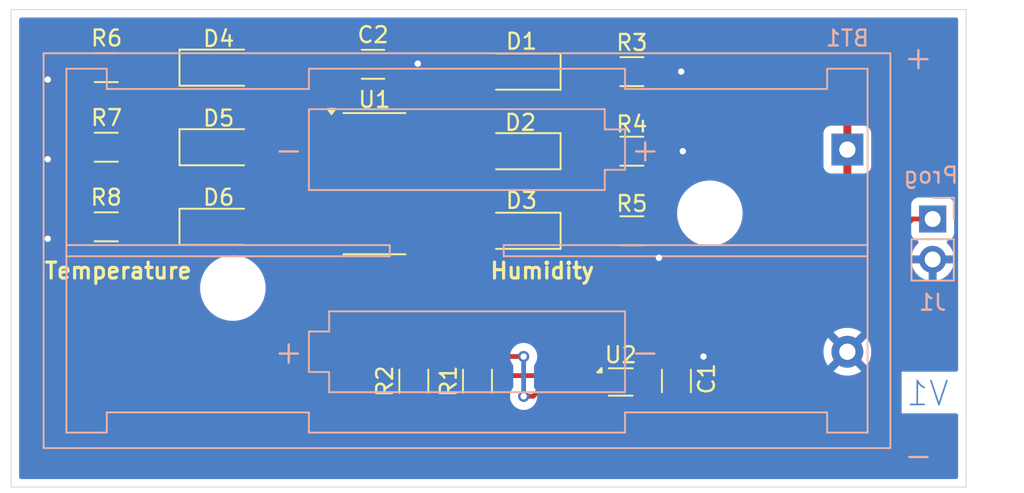
<source format=kicad_pcb>
(kicad_pcb (version 20240108) (generator "pcbnew") (generator_version "8.0")
  (title_block (title "Temp & Humidity Sensor") (date "2024-03-03") (rev "1") (comment 2 "creativecommons.org/licenses/by/4.0/") (comment 3 "License: CC BY 4.0") (comment 4 "Author: Eli Crippen"))
  (layers (0 "F.Cu" signal) (31 "B.Cu" signal) (34 "B.Paste" user) (35 "F.Paste" user) (36 "B.SilkS" user "B.Silkscreen") (37 "F.SilkS" user "F.Silkscreen") (38 "B.Mask" user) (39 "F.Mask" user) (44 "Edge.Cuts" user))
  (net 0 "")
  (net 1 "GND")
  (net 2 "+3.3V")
  (net 3 "Net-(D1-K)")
  (net 4 "Net-(D1-A)")
  (net 5 "Net-(D2-K)")
  (net 6 "Net-(D2-A)")
  (net 7 "Net-(D3-K)")
  (net 8 "Net-(D3-A)")
  (net 9 "Net-(D4-K)")
  (net 10 "Net-(D4-A)")
  (net 11 "Net-(D5-K)")
  (net 12 "Net-(D5-A)")
  (net 13 "Net-(D6-A)")
  (net 14 "Net-(D6-K)")
  (net 15 "/UPDI")
  (net 16 "Net-(U1-PB0)")
  (net 17 "Net-(U1-PB1)")
  (footprint "LED_SMD:LED_1206_3216Metric_Pad1.42x1.75mm_HandSolder" (layer "F.Cu") (at 166.7625 59.5 180)
    (property "Reference" "D1" (at 0 1.9 180) (layer "F.SilkS"))
    (property "Value" "LED")
    (fp_line (start 1.6 -1.135) (end -2.46 -1.135) (stroke (width 0.12)) (layer "F.SilkS"))
    (fp_line (start -2.46 1.135) (end 1.6 1.135) (stroke (width 0.12)) (layer "F.SilkS"))
    (fp_line (start -2.46 -1.135) (end -2.46 1.135) (stroke (width 0.12)) (layer "F.SilkS"))
    (pad "1" smd roundrect (at -1.4875 0 180) (size 1.425 1.75) (layers "F.Cu" "F.Paste" "F.Mask") (roundrect_rratio 0.175439) (net 3 "Net-(D1-K)"))
    (pad "2" smd roundrect (at 1.4875 0 180) (size 1.425 1.75) (layers "F.Cu" "F.Paste" "F.Mask") (roundrect_rratio 0.175439) (net 4 "Net-(D1-A)"))
  )
  (footprint "LED_SMD:LED_1206_3216Metric_Pad1.42x1.75mm_HandSolder" (layer "F.Cu") (at 147.7375 59.25)
    (property "Reference" "D4" (at 0 -1.82 360) (layer "F.SilkS"))
    (property "Value" "LED")
    (fp_line (start -2.46 -1.135) (end -2.46 1.135) (stroke (width 0.12)) (layer "F.SilkS"))
    (fp_line (start -2.46 1.135) (end 1.6 1.135) (stroke (width 0.12)) (layer "F.SilkS"))
    (fp_line (start 1.6 -1.135) (end -2.46 -1.135) (stroke (width 0.12)) (layer "F.SilkS"))
    (pad "1" smd roundrect (at -1.4875 0) (size 1.425 1.75) (layers "F.Cu" "F.Paste" "F.Mask") (roundrect_rratio 0.175439) (net 9 "Net-(D4-K)"))
    (pad "2" smd roundrect (at 1.4875 0) (size 1.425 1.75) (layers "F.Cu" "F.Paste" "F.Mask") (roundrect_rratio 0.175439) (net 10 "Net-(D4-A)"))
  )
  (footprint "Resistor_SMD:R_1206_3216Metric_Pad1.30x1.75mm_HandSolder" (layer "F.Cu") (at 140.675 69.25 180)
    (property "Reference" "R8" (at 0 1.85 180) (layer "F.SilkS"))
    (property "Value" "300")
    (fp_line (start -0.727064 0.91) (end 0.727064 0.91) (stroke (width 0.12)) (layer "F.SilkS"))
    (fp_line (start -0.727064 -0.91) (end 0.727064 -0.91) (stroke (width 0.12)) (layer "F.SilkS"))
    (pad "1" smd roundrect (at -1.55 0 180) (size 1.3 1.75) (layers "F.Cu" "F.Paste" "F.Mask") (roundrect_rratio 0.192308) (net 14 "Net-(D6-K)"))
    (pad "2" smd roundrect (at 1.55 0 180) (size 1.3 1.75) (layers "F.Cu" "F.Paste" "F.Mask") (roundrect_rratio 0.192308) (net 1 "GND"))
  )
  (footprint "Resistor_SMD:R_1206_3216Metric_Pad1.30x1.75mm_HandSolder" (layer "F.Cu") (at 164 78.95 90)
    (property "Reference" "R1" (at 0 -1.82 270) (layer "F.SilkS"))
    (property "Value" "10k")
    (fp_line (start -0.727064 -0.91) (end 0.727064 -0.91) (stroke (width 0.12)) (layer "F.SilkS"))
    (fp_line (start -0.727064 0.91) (end 0.727064 0.91) (stroke (width 0.12)) (layer "F.SilkS"))
    (pad "1" smd roundrect (at -1.55 0 90) (size 1.3 1.75) (layers "F.Cu" "F.Paste" "F.Mask") (roundrect_rratio 0.192308) (net 2 "+3.3V"))
    (pad "2" smd roundrect (at 1.55 0 90) (size 1.3 1.75) (layers "F.Cu" "F.Paste" "F.Mask") (roundrect_rratio 0.192308) (net 16 "Net-(U1-PB0)"))
  )
  (footprint "LED_SMD:LED_1206_3216Metric_Pad1.42x1.75mm_HandSolder" (layer "F.Cu") (at 166.7625 69.5 180)
    (property "Reference" "D3" (at 0 1.9 180) (layer "F.SilkS"))
    (property "Value" "LED")
    (fp_line (start 1.6 -1.135) (end -2.46 -1.135) (stroke (width 0.12)) (layer "F.SilkS"))
    (fp_line (start -2.46 1.135) (end 1.6 1.135) (stroke (width 0.12)) (layer "F.SilkS"))
    (fp_line (start -2.46 -1.135) (end -2.46 1.135) (stroke (width 0.12)) (layer "F.SilkS"))
    (pad "1" smd roundrect (at -1.4875 0 180) (size 1.425 1.75) (layers "F.Cu" "F.Paste" "F.Mask") (roundrect_rratio 0.175439) (net 7 "Net-(D3-K)"))
    (pad "2" smd roundrect (at 1.4875 0 180) (size 1.425 1.75) (layers "F.Cu" "F.Paste" "F.Mask") (roundrect_rratio 0.175439) (net 8 "Net-(D3-A)"))
  )
  (footprint "Resistor_SMD:R_1206_3216Metric_Pad1.30x1.75mm_HandSolder" (layer "F.Cu") (at 173.7 64.5)
    (property "Reference" "R4" (at 0 -1.7 0) (layer "F.SilkS"))
    (property "Value" "60.4")
    (fp_line (start -0.727064 -0.91) (end 0.727064 -0.91) (stroke (width 0.12)) (layer "F.SilkS"))
    (fp_line (start -0.727064 0.91) (end 0.727064 0.91) (stroke (width 0.12)) (layer "F.SilkS"))
    (pad "1" smd roundrect (at -1.55 0) (size 1.3 1.75) (layers "F.Cu" "F.Paste" "F.Mask") (roundrect_rratio 0.192308) (net 5 "Net-(D2-K)"))
    (pad "2" smd roundrect (at 1.55 0) (size 1.3 1.75) (layers "F.Cu" "F.Paste" "F.Mask") (roundrect_rratio 0.192308) (net 1 "GND"))
  )
  (footprint "Package_SO:SOIC-14_3.9x8.7mm_P1.27mm" (layer "F.Cu") (at 157.525 66.54)
    (property "Reference" "U1" (at 0 -5.28 360) (layer "F.SilkS"))
    (property "Value" "ATtiny414-SS")
    (fp_line (start 0 -4.435) (end -1.95 -4.435) (stroke (width 0.12)) (layer "F.SilkS"))
    (fp_line (start 0 -4.435) (end 1.95 -4.435) (stroke (width 0.12)) (layer "F.SilkS"))
    (fp_line (start 0 4.435) (end -1.95 4.435) (stroke (width 0.12)) (layer "F.SilkS"))
    (fp_line (start 0 4.435) (end 1.95 4.435) (stroke (width 0.12)) (layer "F.SilkS"))
    (fp_poly (pts (xy -2.7 -4.37) (xy -2.94 -4.7) (xy -2.46 -4.7) (xy -2.7 -4.37)) (stroke (width 0.12)) (fill solid) (layer "F.SilkS"))
    (pad "1" smd roundrect (at -2.475 -3.81) (size 1.95 0.6) (layers "F.Cu" "F.Paste" "F.Mask") (net 2 "+3.3V"))
    (pad "2" smd roundrect (at -2.475 -2.54) (size 1.95 0.6) (layers "F.Cu" "F.Paste" "F.Mask") (net 10 "Net-(D4-A)"))
    (pad "3" smd roundrect (at -2.475 -1.27) (size 1.95 0.6) (layers "F.Cu" "F.Paste" "F.Mask") (net 12 "Net-(D5-A)"))
    (pad "4" smd roundrect (at -2.475 0) (size 1.95 0.6) (layers "F.Cu" "F.Paste" "F.Mask") (net 13 "Net-(D6-A)"))
    (pad "5" smd roundrect (at -2.475 1.27) (size 1.95 0.6) (layers "F.Cu" "F.Paste" "F.Mask"))
    (pad "6" smd roundrect (at -2.475 2.54) (size 1.95 0.6) (layers "F.Cu" "F.Paste" "F.Mask"))
    (pad "7" smd roundrect (at -2.475 3.81) (size 1.95 0.6) (layers "F.Cu" "F.Paste" "F.Mask"))
    (pad "8" smd roundrect (at 2.475 3.81) (size 1.95 0.6) (layers "F.Cu" "F.Paste" "F.Mask") (net 17 "Net-(U1-PB1)"))
    (pad "9" smd roundrect (at 2.475 2.54) (size 1.95 0.6) (layers "F.Cu" "F.Paste" "F.Mask") (net 16 "Net-(U1-PB0)"))
    (pad "10" smd roundrect (at 2.475 1.27) (size 1.95 0.6) (layers "F.Cu" "F.Paste" "F.Mask") (net 15 "/UPDI"))
    (pad "11" smd roundrect (at 2.475 0) (size 1.95 0.6) (layers "F.Cu" "F.Paste" "F.Mask") (net 8 "Net-(D3-A)"))
    (pad "12" smd roundrect (at 2.475 -1.27) (size 1.95 0.6) (layers "F.Cu" "F.Paste" "F.Mask") (net 6 "Net-(D2-A)"))
    (pad "13" smd roundrect (at 2.475 -2.54) (size 1.95 0.6) (layers "F.Cu" "F.Paste" "F.Mask") (net 4 "Net-(D1-A)"))
    (pad "14" smd roundrect (at 2.475 -3.81) (size 1.95 0.6) (layers "F.Cu" "F.Paste" "F.Mask") (net 1 "GND"))
  )
  (footprint "Resistor_SMD:R_1206_3216Metric_Pad1.30x1.75mm_HandSolder" (layer "F.Cu") (at 140.675 59.25 180)
    (property "Reference" "R6" (at -0.025 1.85 180) (layer "F.SilkS"))
    (property "Value" "60.4")
    (fp_line (start -0.727064 0.91) (end 0.727064 0.91) (stroke (width 0.12)) (layer "F.SilkS"))
    (fp_line (start -0.727064 -0.91) (end 0.727064 -0.91) (stroke (width 0.12)) (layer "F.SilkS"))
    (pad "1" smd roundrect (at -1.55 0 180) (size 1.3 1.75) (layers "F.Cu" "F.Paste" "F.Mask") (roundrect_rratio 0.192308) (net 9 "Net-(D4-K)"))
    (pad "2" smd roundrect (at 1.55 0 180) (size 1.3 1.75) (layers "F.Cu" "F.Paste" "F.Mask") (roundrect_rratio 0.192308) (net 1 "GND"))
  )
  (footprint "LED_SMD:LED_1206_3216Metric_Pad1.42x1.75mm_HandSolder" (layer "F.Cu") (at 147.7375 64.25)
    (property "Reference" "D5" (at 0 -1.82 360) (layer "F.SilkS"))
    (property "Value" "LED")
    (fp_line (start -2.46 -1.135) (end -2.46 1.135) (stroke (width 0.12)) (layer "F.SilkS"))
    (fp_line (start -2.46 1.135) (end 1.6 1.135) (stroke (width 0.12)) (layer "F.SilkS"))
    (fp_line (start 1.6 -1.135) (end -2.46 -1.135) (stroke (width 0.12)) (layer "F.SilkS"))
    (pad "1" smd roundrect (at -1.4875 0) (size 1.425 1.75) (layers "F.Cu" "F.Paste" "F.Mask") (roundrect_rratio 0.175439) (net 11 "Net-(D5-K)"))
    (pad "2" smd roundrect (at 1.4875 0) (size 1.425 1.75) (layers "F.Cu" "F.Paste" "F.Mask") (roundrect_rratio 0.175439) (net 12 "Net-(D5-A)"))
  )
  (footprint "LED_SMD:LED_1206_3216Metric_Pad1.42x1.75mm_HandSolder" (layer "F.Cu") (at 166.7625 64.5 180)
    (property "Reference" "D2" (at 0.0625 1.8 180) (layer "F.SilkS"))
    (property "Value" "LED")
    (fp_line (start 1.6 -1.135) (end -2.46 -1.135) (stroke (width 0.12)) (layer "F.SilkS"))
    (fp_line (start -2.46 1.135) (end 1.6 1.135) (stroke (width 0.12)) (layer "F.SilkS"))
    (fp_line (start -2.46 -1.135) (end -2.46 1.135) (stroke (width 0.12)) (layer "F.SilkS"))
    (pad "1" smd roundrect (at -1.4875 0 180) (size 1.425 1.75) (layers "F.Cu" "F.Paste" "F.Mask") (roundrect_rratio 0.175439) (net 5 "Net-(D2-K)"))
    (pad "2" smd roundrect (at 1.4875 0 180) (size 1.425 1.75) (layers "F.Cu" "F.Paste" "F.Mask") (roundrect_rratio 0.175439) (net 6 "Net-(D2-A)"))
  )
  (footprint "Resistor_SMD:R_1206_3216Metric_Pad1.30x1.75mm_HandSolder" (layer "F.Cu") (at 173.7 59.5)
    (property "Reference" "R3" (at 0 -1.82 0) (layer "F.SilkS"))
    (property "Value" "60.4")
    (fp_line (start -0.727064 -0.91) (end 0.727064 -0.91) (stroke (width 0.12)) (layer "F.SilkS"))
    (fp_line (start -0.727064 0.91) (end 0.727064 0.91) (stroke (width 0.12)) (layer "F.SilkS"))
    (pad "1" smd roundrect (at -1.55 0) (size 1.3 1.75) (layers "F.Cu" "F.Paste" "F.Mask") (roundrect_rratio 0.192308) (net 3 "Net-(D1-K)"))
    (pad "2" smd roundrect (at 1.55 0) (size 1.3 1.75) (layers "F.Cu" "F.Paste" "F.Mask") (roundrect_rratio 0.192308) (net 1 "GND"))
  )
  (footprint "Capacitor_SMD:C_1206_3216Metric_Pad1.33x1.80mm_HandSolder" (layer "F.Cu") (at 157.4375 59.04)
    (property "Reference" "C2" (at 0 -1.85 0) (layer "F.SilkS"))
    (property "Value" "100nF")
    (fp_line (start -0.711252 -0.91) (end 0.711252 -0.91) (stroke (width 0.12)) (layer "F.SilkS"))
    (fp_line (start -0.711252 0.91) (end 0.711252 0.91) (stroke (width 0.12)) (layer "F.SilkS"))
    (pad "1" smd roundrect (at -1.5625 0) (size 1.325 1.8) (layers "F.Cu" "F.Paste" "F.Mask") (roundrect_rratio 0.188679) (net 2 "+3.3V"))
    (pad "2" smd roundrect (at 1.5625 0) (size 1.325 1.8) (layers "F.Cu" "F.Paste" "F.Mask") (roundrect_rratio 0.188679) (net 1 "GND"))
  )
  (footprint "Capacitor_SMD:C_1206_3216Metric_Pad1.33x1.80mm_HandSolder" (layer "F.Cu") (at 176.5 78.9375 90)
    (property "Reference" "C1" (at 0.1375 1.9 270) (layer "F.SilkS"))
    (property "Value" "100nF")
    (fp_line (start -0.711252 -0.91) (end 0.711252 -0.91) (stroke (width 0.12)) (layer "F.SilkS"))
    (fp_line (start -0.711252 0.91) (end 0.711252 0.91) (stroke (width 0.12)) (layer "F.SilkS"))
    (pad "1" smd roundrect (at -1.5625 0 90) (size 1.325 1.8) (layers "F.Cu" "F.Paste" "F.Mask") (roundrect_rratio 0.188679) (net 2 "+3.3V"))
    (pad "2" smd roundrect (at 1.5625 0 90) (size 1.325 1.8) (layers "F.Cu" "F.Paste" "F.Mask") (roundrect_rratio 0.188679) (net 1 "GND"))
  )
  (footprint "Resistor_SMD:R_1206_3216Metric_Pad1.30x1.75mm_HandSolder" (layer "F.Cu") (at 173.7 69.5)
    (property "Reference" "R5" (at 0 -1.7 0) (layer "F.SilkS"))
    (property "Value" "300")
    (fp_line (start -0.727064 -0.91) (end 0.727064 -0.91) (stroke (width 0.12)) (layer "F.SilkS"))
    (fp_line (start -0.727064 0.91) (end 0.727064 0.91) (stroke (width 0.12)) (layer "F.SilkS"))
    (pad "1" smd roundrect (at -1.55 0) (size 1.3 1.75) (layers "F.Cu" "F.Paste" "F.Mask") (roundrect_rratio 0.192308) (net 7 "Net-(D3-K)"))
    (pad "2" smd roundrect (at 1.55 0) (size 1.3 1.75) (layers "F.Cu" "F.Paste" "F.Mask") (roundrect_rratio 0.192308) (net 1 "GND"))
  )
  (footprint "Resistor_SMD:R_1206_3216Metric_Pad1.30x1.75mm_HandSolder" (layer "F.Cu") (at 160 78.95 90)
    (property "Reference" "R2" (at 0 -1.82 270) (layer "F.SilkS"))
    (property "Value" "10k")
    (fp_line (start -0.727064 -0.91) (end 0.727064 -0.91) (stroke (width 0.12)) (layer "F.SilkS"))
    (fp_line (start -0.727064 0.91) (end 0.727064 0.91) (stroke (width 0.12)) (layer "F.SilkS"))
    (pad "1" smd roundrect (at -1.55 0 90) (size 1.3 1.75) (layers "F.Cu" "F.Paste" "F.Mask") (roundrect_rratio 0.192308) (net 2 "+3.3V"))
    (pad "2" smd roundrect (at 1.55 0 90) (size 1.3 1.75) (layers "F.Cu" "F.Paste" "F.Mask") (roundrect_rratio 0.192308) (net 17 "Net-(U1-PB1)"))
  )
  (footprint "Sensor_Humidity:Sensirion_DFN-4_1.5x1.5mm_P0.8mm_SHT4x_NoCentralPad" (layer "F.Cu") (at 173 79)
    (property "Reference" "U2" (at 0 -1.7 360) (layer "F.SilkS"))
    (property "Value" "SHT40-AD1B-R3")
    (fp_line (start -0.75 -0.86) (end 0.75 -0.86) (stroke (width 0.12)) (layer "F.SilkS"))
    (fp_line (start -0.75 0.86) (end 0.75 0.86) (stroke (width 0.12)) (layer "F.SilkS"))
    (fp_poly (pts (xy -1.2 -0.6) (xy -1.48 -0.6) (xy -1.2 -0.88) (xy -1.2 -0.6)) (stroke (width 0.12)) (fill solid) (layer "F.SilkS"))
    (pad "1" smd rect (at -0.7 -0.4) (size 0.5 0.3) (layers "F.Cu" "F.Paste" "F.Mask") (net 17 "Net-(U1-PB1)"))
    (pad "2" smd rect (at -0.7 0.4) (size 0.5 0.3) (layers "F.Cu" "F.Paste" "F.Mask") (net 16 "Net-(U1-PB0)"))
    (pad "3" smd rect (at 0.7 0.4) (size 0.5 0.3) (layers "F.Cu" "F.Paste" "F.Mask") (net 2 "+3.3V"))
    (pad "4" smd rect (at 0.7 -0.4) (size 0.5 0.3) (layers "F.Cu" "F.Paste" "F.Mask") (net 1 "GND"))
  )
  (footprint "LED_SMD:LED_1206_3216Metric_Pad1.42x1.75mm_HandSolder" (layer "F.Cu") (at 147.7375 69.25)
    (property "Reference" "D6" (at 0 -1.85 360) (layer "F.SilkS"))
    (property "Value" "LED")
    (fp_line (start -2.46 -1.135) (end -2.46 1.135) (stroke (width 0.12)) (layer "F.SilkS"))
    (fp_line (start -2.46 1.135) (end 1.6 1.135) (stroke (width 0.12)) (layer "F.SilkS"))
    (fp_line (start 1.6 -1.135) (end -2.46 -1.135) (stroke (width 0.12)) (layer "F.SilkS"))
    (pad "1" smd roundrect (at -1.4875 0) (size 1.425 1.75) (layers "F.Cu" "F.Paste" "F.Mask") (roundrect_rratio 0.175439) (net 14 "Net-(D6-K)"))
    (pad "2" smd roundrect (at 1.4875 0) (size 1.425 1.75) (layers "F.Cu" "F.Paste" "F.Mask") (roundrect_rratio 0.175439) (net 13 "Net-(D6-A)"))
  )
  (footprint "Resistor_SMD:R_1206_3216Metric_Pad1.30x1.75mm_HandSolder" (layer "F.Cu") (at 140.675 64.25 180)
    (property "Reference" "R7" (at -0.025 1.85 180) (layer "F.SilkS"))
    (property "Value" "60.4")
    (fp_line (start -0.727064 0.91) (end 0.727064 0.91) (stroke (width 0.12)) (layer "F.SilkS"))
    (fp_line (start -0.727064 -0.91) (end 0.727064 -0.91) (stroke (width 0.12)) (layer "F.SilkS"))
    (pad "1" smd roundrect (at -1.55 0 180) (size 1.3 1.75) (layers "F.Cu" "F.Paste" "F.Mask") (roundrect_rratio 0.192308) (net 11 "Net-(D5-K)"))
    (pad "2" smd roundrect (at 1.55 0 180) (size 1.3 1.75) (layers "F.Cu" "F.Paste" "F.Mask") (roundrect_rratio 0.192308) (net 1 "GND"))
  )
  (footprint "Battery:BatteryHolder_Keystone_2468_2xAAA" (layer "B.Cu") (at 187.24 64.4 180)
    (property "Reference" "BT1" (at 0 7 180) (layer "B.SilkS") (effects (justify mirror)))
    (property "Value" "Battery")
    (fp_line (start 50.5 6.05) (end 50.5 -18.75) (stroke (width 0.12)) (layer "B.SilkS"))
    (fp_line (start 50.5 -18.755) (end -2.7 -18.755) (stroke (width 0.12)) (layer "B.SilkS"))
    (fp_line (start 49.07 -6.7) (end 28.75 -6.7) (stroke (width 0.12)) (layer "B.SilkS"))
    (fp_line (start 49.07 -17.78) (end 49.07 5.08) (stroke (width 0.12)) (layer "B.SilkS"))
    (fp_line (start 46.53 5.08) (end 49.07 5.08) (stroke (width 0.12)) (layer "B.SilkS"))
    (fp_line (start 46.53 3.81) (end 46.53 5.08) (stroke (width 0.12)) (layer "B.SilkS"))
    (fp_line (start 46.53 -16.51) (end 46.53 -17.78) (stroke (width 0.12)) (layer "B.SilkS"))
    (fp_line (start 46.53 -17.78) (end 49.07 -17.78) (stroke (width 0.12)) (layer "B.SilkS"))
    (fp_line (start 33.83 5.08) (end 33.83 3.81) (stroke (width 0.12)) (layer "B.SilkS"))
    (fp_line (start 33.83 3.81) (end 46.53 3.81) (stroke (width 0.12)) (layer "B.SilkS"))
    (fp_line (start 33.83 2.54) (end 15.24 2.54) (stroke (width 0.12)) (layer "B.SilkS"))
    (fp_line (start 33.83 -2.54) (end 33.83 2.54) (stroke (width 0.12)) (layer "B.SilkS"))
    (fp_line (start 33.83 -11.43) (end 32.56 -11.43) (stroke (width 0.12)) (layer "B.SilkS"))
    (fp_line (start 33.83 -13.97) (end 33.83 -11.43) (stroke (width 0.12)) (layer "B.SilkS"))
    (fp_line (start 33.83 -16.51) (end 46.53 -16.51) (stroke (width 0.12)) (layer "B.SilkS"))
    (fp_line (start 33.83 -16.51) (end 33.83 -17.78) (stroke (width 0.12)) (layer "B.SilkS"))
    (fp_line (start 33.83 -17.78) (end 13.97 -17.78) (stroke (width 0.12)) (layer "B.SilkS"))
    (fp_line (start 32.56 -10.16) (end 13.97 -10.16) (stroke (width 0.12)) (layer "B.SilkS"))
    (fp_line (start 32.56 -11.43) (end 32.56 -10.16) (stroke (width 0.12)) (layer "B.SilkS"))
    (fp_line (start 32.56 -13.97) (end 33.83 -13.97) (stroke (width 0.12)) (layer "B.SilkS"))
    (fp_line (start 32.56 -15.24) (end 32.56 -13.97) (stroke (width 0.12)) (layer "B.SilkS"))
    (fp_line (start 28.75 -6) (end 49.07 -6) (stroke (width 0.12)) (layer "B.SilkS"))
    (fp_line (start 28.75 -6.7) (end 28.75 -6) (stroke (width 0.12)) (layer "B.SilkS"))
    (fp_line (start 21.59 -6) (end -1.27 -6) (stroke (width 0.12)) (layer "B.SilkS"))
    (fp_line (start 21.59 -6.7) (end 21.59 -6) (stroke (width 0.12)) (layer "B.SilkS"))
    (fp_line (start 15.24 2.54) (end 15.24 1.27) (stroke (width 0.12)) (layer "B.SilkS"))
    (fp_line (start 15.24 1.27) (end 13.97 1.27) (stroke (width 0.12)) (layer "B.SilkS"))
    (fp_line (start 15.24 -1.27) (end 15.24 -2.54) (stroke (width 0.12)) (layer "B.SilkS"))
    (fp_line (start 15.24 -2.54) (end 33.83 -2.54) (stroke (width 0.12)) (layer "B.SilkS"))
    (fp_line (start 13.97 5.08) (end 33.83 5.08) (stroke (width 0.12)) (layer "B.SilkS"))
    (fp_line (start 13.97 3.81) (end 13.97 5.08) (stroke (width 0.12)) (layer "B.SilkS"))
    (fp_line (start 13.97 3.81) (end 1.27 3.81) (stroke (width 0.12)) (layer "B.SilkS"))
    (fp_line (start 13.97 1.27) (end 13.97 -1.27) (stroke (width 0.12)) (layer "B.SilkS"))
    (fp_line (start 13.97 -1.27) (end 15.24 -1.27) (stroke (width 0.12)) (layer "B.SilkS"))
    (fp_line (start 13.97 -10.16) (end 13.97 -15.24) (stroke (width 0.12)) (layer "B.SilkS"))
    (fp_line (start 13.97 -15.24) (end 32.56 -15.24) (stroke (width 0.12)) (layer "B.SilkS"))
    (fp_line (start 13.97 -16.51) (end 1.27 -16.51) (stroke (width 0.12)) (layer "B.SilkS"))
    (fp_line (start 13.97 -17.78) (end 13.97 -16.51) (stroke (width 0.12)) (layer "B.SilkS"))
    (fp_line (start 1.27 5.08) (end 1.27 3.81) (stroke (width 0.12)) (layer "B.SilkS"))
    (fp_line (start 1.27 -16.51) (end 1.27 -17.78) (stroke (width 0.12)) (layer "B.SilkS"))
    (fp_line (start 1.27 -17.78) (end -1.27 -17.78) (stroke (width 0.12)) (layer "B.SilkS"))
    (fp_line (start -1.27 5.08) (end 1.27 5.08) (stroke (width 0.12)) (layer "B.SilkS"))
    (fp_line (start -1.27 -6.7) (end 21.59 -6.7) (stroke (width 0.12)) (layer "B.SilkS"))
    (fp_line (start -1.27 -17.78) (end -1.27 5.08) (stroke (width 0.12)) (layer "B.SilkS"))
    (fp_line (start -2.7 6.055) (end 50.5 6.055) (stroke (width 0.12)) (layer "B.SilkS"))
    (fp_line (start -2.7 -18.75) (end -2.7 6.05) (stroke (width 0.12)) (layer "B.SilkS"))
    (fp_text user "+" (at 12.7 0 180) (layer "B.SilkS") (effects (font (size 1.5 1.5)) (justify mirror)))
    (fp_text user "+" (at 35.1 -12.7 180) (layer "B.SilkS") (effects (font (size 1.5 1.5)) (justify mirror)))
    (fp_text user "-" (at 35.1 0 180) (layer "B.SilkS") (effects (font (size 1.5 1.5)) (justify mirror)))
    (fp_text user "+" (at -4.46 5.8 180) (layer "B.SilkS") (effects (font (size 1.5 1.5)) (justify mirror)))
    (fp_text user "-" (at 12.7 -12.7 180) (layer "B.SilkS") (effects (font (size 1.5 1.5)) (justify mirror)))
    (fp_text user "-" (at -4.46 -19.2 180) (layer "B.SilkS") (effects (font (size 1.5 1.5)) (justify mirror)))
    (pad "" np_thru_hole circle (at 8.64 -4 180) (size 3.45 3.45) (drill 3.45) (layers "*.Cu"))
    (pad "" np_thru_hole circle (at 38.61 -8.7 180) (size 3.45 3.45) (drill 3.45) (layers "*.Cu" "*.Mask"))
    (pad "1" thru_hole rect (at 0 0 180) (size 2 2) (drill 1.02) (layers "*.Cu" "*.Mask") (net 2 "+3.3V"))
    (pad "2" thru_hole circle (at 0 -12.7 180) (size 2 2) (drill 1.02) (layers "*.Cu" "*.Mask") (net 1 "GND"))
  )
  (footprint "Connector_PinHeader_2.54mm:PinHeader_1x02_P2.54mm_Vertical" (layer "B.Cu") (at 192.6 68.76 180)
    (property "Reference" "J1" (at 0 -5.24 180) (layer "B.SilkS") (effects (justify mirror)))
    (property "Value" "Conn_01x02_Pin")
    (fp_line (start 1.33 -1.27) (end -1.33 -1.27) (stroke (width 0.12)) (layer "B.SilkS"))
    (fp_line (start 1.33 -3.87) (end 1.33 -1.27) (stroke (width 0.12)) (layer "B.SilkS"))
    (fp_line (start 1.33 -3.87) (end -1.33 -3.87) (stroke (width 0.12)) (layer "B.SilkS"))
    (fp_line (start 0 1.33) (end -1.33 1.33) (stroke (width 0.12)) (layer "B.SilkS"))
    (fp_line (start -1.33 1.33) (end -1.33 0) (stroke (width 0.12)) (layer "B.SilkS"))
    (fp_line (start -1.33 -3.87) (end -1.33 -1.27) (stroke (width 0.12)) (layer "B.SilkS"))
    (pad "1" thru_hole rect (at 0 0 180) (size 1.7 1.7) (drill 1) (layers "*.Cu" "*.Mask") (net 15 "/UPDI"))
    (pad "2" thru_hole oval (at 0 -2.54 180) (size 1.7 1.7) (drill 1) (layers "*.Cu" "*.Mask") (net 1 "GND"))
  )
  (gr_rect (start 134.7 55.6) (end 194.7 85.6) (stroke (width 0.05)) (fill none) (layer "Edge.Cuts"))
  (gr_text "V1" (at 193.7 80.6 0) (layer "B.Cu") (effects (font (size 1.5 1.5) (thickness 0.1)) (justify left bottom mirror)))
  (gr_text "Prog" (at 194.3 66.6 0) (layer "B.SilkS") (effects (font (size 1 1)) (justify left bottom mirror)))
  (gr_text "Temperature" (at 136.7 72.6 0) (layer "F.SilkS") (effects (font (size 1 1) (thickness 0.2) (bold yes)) (justify left bottom)))
  (gr_text "Humidity" (at 164.7 72.6 0) (layer "F.SilkS") (effects (font (size 1 1) (thickness 0.2) (bold yes)) (justify left bottom)))
  (segment (start 159 59.04) (end 160.21 59.04) (width 0.5) (layer "F.Cu") (net 1))
  (segment (start 175.25 59.5) (end 176.8 59.5) (width 0.5) (layer "F.Cu") (net 1))
  (segment (start 137.75 59.25) (end 137 60) (width 0.5) (layer "F.Cu") (net 1))
  (segment (start 175.275 78.6) (end 176.5 77.375) (width 0.3) (layer "F.Cu") (net 1))
  (segment (start 176.5 77.375) (end 178.175 77.375) (width 0.5) (layer "F.Cu") (net 1))
  (segment (start 159 61.73) (end 160 62.73) (width 0.3) (layer "F.Cu") (net 1))
  (segment (start 173.7 78.6) (end 175.275 78.6) (width 0.3) (layer "F.Cu") (net 1))
  (segment (start 139.125 64.25) (end 137.75 64.25) (width 0.5) (layer "F.Cu") (net 1))
  (segment (start 159 59.04) (end 159 61.73) (width 0.3) (layer "F.Cu") (net 1))
  (segment (start 175.4 69.65) (end 175.25 69.5) (width 0.3) (layer "F.Cu") (net 1))
  (segment (start 139.125 59.25) (end 137.75 59.25) (width 0.5) (layer "F.Cu") (net 1))
  (segment (start 175.4 71.2) (end 175.4 69.65) (width 0.3) (layer "F.Cu") (net 1))
  (segment (start 139.125 69.25) (end 137.75 69.25) (width 0.5) (layer "F.Cu") (net 1))
  (segment (start 178.175 77.375) (end 178.2 77.4) (width 0.5) (layer "F.Cu") (net 1))
  (segment (start 160.21 59.04) (end 160.25 59) (width 0.5) (layer "F.Cu") (net 1))
  (segment (start 175.25 64.5) (end 176.9 64.5) (width 0.5) (layer "F.Cu") (net 1))
  (segment (start 137.75 64.25) (end 137 65) (width 0.5) (layer "F.Cu") (net 1))
  (segment (start 137.75 69.25) (end 137 70) (width 0.5) (layer "F.Cu") (net 1))
  (via (at 160.25 59) (size 0.7) (drill 0.4) (layers "F.Cu" "B.Cu") (net 1))
  (via (at 137 65) (size 0.7) (drill 0.4) (layers "F.Cu" "B.Cu") (net 1))
  (via (at 176.9 64.5) (size 0.7) (drill 0.4) (layers "F.Cu" "B.Cu") (net 1))
  (via (at 137 60) (size 0.7) (drill 0.4) (layers "F.Cu" "B.Cu") (net 1))
  (via (at 137 70) (size 0.7) (drill 0.4) (layers "F.Cu" "B.Cu") (net 1))
  (via (at 176.8 59.5) (size 0.7) (drill 0.4) (layers "F.Cu" "B.Cu") (net 1))
  (via (at 178.2 77.4) (size 0.7) (drill 0.4) (layers "F.Cu" "B.Cu") (net 1))
  (via (at 175.4 71.2) (size 0.7) (drill 0.4) (layers "F.Cu" "B.Cu") (net 1))
  (segment (start 182.19 57.69) (end 157.225 57.69) (width 0.5) (layer "F.Cu") (net 2))
  (segment (start 157.225 57.69) (end 155.875 59.04) (width 0.5) (layer "F.Cu") (net 2))
  (segment (start 176.5 81.75) (end 176.5 80.5) (width 0.5) (layer "F.Cu") (net 2))
  (segment (start 187.24 62.74) (end 182.19 57.69) (width 0.5) (layer "F.Cu") (net 2))
  (segment (start 176 82.25) (end 176.5 81.75) (width 0.5) (layer "F.Cu") (net 2))
  (segment (start 155.875 61.905) (end 155.875 59.04) (width 0.3) (layer "F.Cu") (net 2))
  (segment (start 187.24 64.4) (end 187.24 74.16) (width 0.5) (layer "F.Cu") (net 2))
  (segment (start 187.24 64.4) (end 187.24 62.74) (width 0.5) (layer "F.Cu") (net 2))
  (segment (start 165.75 82.25) (end 176 82.25) (width 0.5) (layer "F.Cu") (net 2))
  (segment (start 155.05 62.73) (end 155.875 61.905) (width 0.3) (layer "F.Cu") (net 2))
  (segment (start 180.9 80.5) (end 176.5 80.5) (width 0.5) (layer "F.Cu") (net 2))
  (segment (start 187.24 74.16) (end 180.9 80.5) (width 0.5) (layer "F.Cu") (net 2))
  (segment (start 176.5 80.5) (end 175.4 79.4) (width 0.3) (layer "F.Cu") (net 2))
  (segment (start 164 80.5) (end 165.75 82.25) (width 0.5) (layer "F.Cu") (net 2))
  (segment (start 175.4 79.4) (end 173.7 79.4) (width 0.3) (layer "F.Cu") (net 2))
  (segment (start 160 80.5) (end 164 80.5) (width 0.5) (layer "F.Cu") (net 2))
  (segment (start 168.25 59.5) (end 172.15 59.5) (width 0.3) (layer "F.Cu") (net 3))
  (segment (start 160.775 64) (end 165.275 59.5) (width 0.3) (layer "F.Cu") (net 4))
  (segment (start 160 64) (end 160.775 64) (width 0.3) (layer "F.Cu") (net 4))
  (segment (start 172.15 64.5) (end 168.25 64.5) (width 0.3) (layer "F.Cu") (net 5))
  (segment (start 164.505 65.27) (end 165.275 64.5) (width 0.3) (layer "F.Cu") (net 6))
  (segment (start 160 65.27) (end 164.505 65.27) (width 0.3) (layer "F.Cu") (net 6))
  (segment (start 168.25 69.5) (end 172.15 69.5) (width 0.3) (layer "F.Cu") (net 7))
  (segment (start 162.315 66.54) (end 160 66.54) (width 0.3) (layer "F.Cu") (net 8))
  (segment (start 165.275 69.5) (end 162.315 66.54) (width 0.3) (layer "F.Cu") (net 8))
  (segment (start 142.225 59.25) (end 146.25 59.25) (width 0.3) (layer "F.Cu") (net 9))
  (segment (start 153.975 64) (end 149.225 59.25) (width 0.3) (layer "F.Cu") (net 10))
  (segment (start 155.05 64) (end 153.975 64) (width 0.3) (layer "F.Cu") (net 10))
  (segment (start 142.225 64.25) (end 146.25 64.25) (width 0.3) (layer "F.Cu") (net 11))
  (segment (start 149.225 64.25) (end 150.245 65.27) (width 0.3) (layer "F.Cu") (net 12))
  (segment (start 150.245 65.27) (end 155.05 65.27) (width 0.3) (layer "F.Cu") (net 12))
  (segment (start 151.935 66.54) (end 155.05 66.54) (width 0.3) (layer "F.Cu") (net 13))
  (segment (start 149.225 69.25) (end 151.935 66.54) (width 0.3) (layer "F.Cu") (net 13))
  (segment (start 146.25 69.25) (end 142.225 69.25) (width 0.3) (layer "F.Cu") (net 14))
  (segment (start 191.34 68.76) (end 192.6 68.76) (width 0.3) (layer "F.Cu") (net 15))
  (segment (start 157.3 80.7) (end 160.3 83.7) (width 0.3) (layer "F.Cu") (net 15))
  (segment (start 190 70.1) (end 191.34 68.76) (width 0.3) (layer "F.Cu") (net 15))
  (segment (start 190 81) (end 190 70.1) (width 0.3) (layer "F.Cu") (net 15))
  (segment (start 160 67.81) (end 159.025001 67.81) (width 0.3) (layer "F.Cu") (net 15))
  (segment (start 159.025001 67.81) (end 157.3 69.535001) (width 0.3) (layer "F.Cu") (net 15))
  (segment (start 160.974999 67.81) (end 160 67.81) (width 0.3) (layer "F.Cu") (net 15))
  (segment (start 160.3 83.7) (end 187.3 83.7) (width 0.3) (layer "F.Cu") (net 15))
  (segment (start 187.3 83.7) (end 190 81) (width 0.3) (layer "F.Cu") (net 15))
  (segment (start 157.3 69.535001) (end 157.3 80.7) (width 0.3) (layer "F.Cu") (net 15))
  (segment (start 166.9 79.9) (end 167.5 79.9) (width 0.3) (layer "F.Cu") (net 16))
  (segment (start 162.25 70.355001) (end 162.25 76) (width 0.3) (layer "F.Cu") (net 16))
  (segment (start 160 69.08) (end 160.974999 69.08) (width 0.3) (layer "F.Cu") (net 16))
  (segment (start 163.65 77.4) (end 164 77.4) (width 0.3) (layer "F.Cu") (net 16))
  (segment (start 167.5 79.9) (end 168 79.4) (width 0.3) (layer "F.Cu") (net 16))
  (segment (start 162.25 76) (end 163.65 77.4) (width 0.3) (layer "F.Cu") (net 16))
  (segment (start 168 79.4) (end 172.3 79.4) (width 0.3) (layer "F.Cu") (net 16))
  (segment (start 166.9 77.4) (end 164 77.4) (width 0.3) (layer "F.Cu") (net 16))
  (segment (start 160.974999 69.08) (end 162.25 70.355001) (width 0.3) (layer "F.Cu") (net 16))
  (via (at 166.9 79.9) (size 0.7) (drill 0.4) (layers "F.Cu" "B.Cu") (net 16))
  (via (at 166.9 77.4) (size 0.7) (drill 0.4) (layers "F.Cu" "B.Cu") (net 16))
  (segment (start 166.9 77.4) (end 166.9 79.9) (width 0.3) (layer "B.Cu") (net 16))
  (segment (start 172.3 78.6) (end 161.2 78.6) (width 0.3) (layer "F.Cu") (net 17))
  (segment (start 160 70.35) (end 160 77.4) (width 0.3) (layer "F.Cu") (net 17))
  (segment (start 161.2 78.6) (end 160 77.4) (width 0.3) (layer "F.Cu") (net 17))
  (zone (net 1) (net_name "GND") (layer "B.Cu") (connect_pads (clearance 0.5)) (min_thickness 0.25) (fill yes (thermal_gap 0.5) (thermal_bridge_width 0.5))
    (polygon (pts (xy 134 86) (xy 196 86) (xy 196 55) (xy 134 55)))
  )
)
</source>
